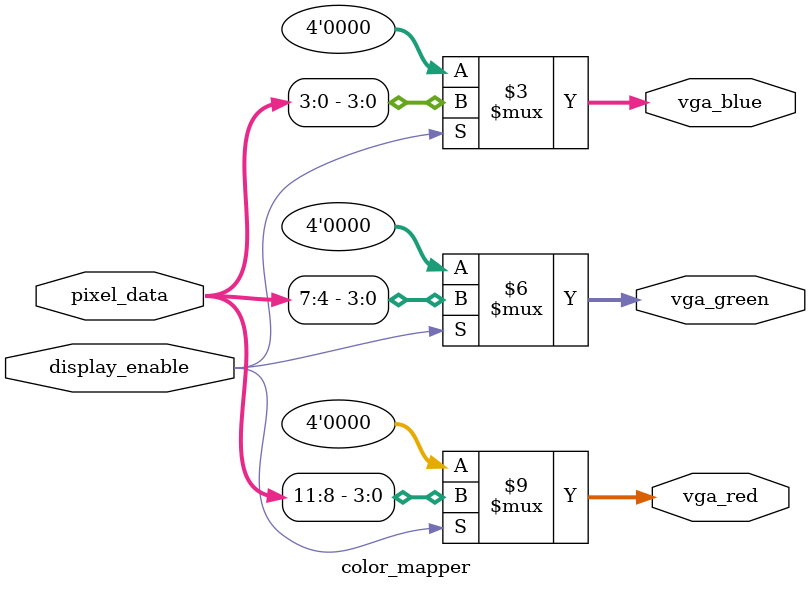
<source format=sv>
module color_mapper (
    input  logic [11:0] pixel_data,
    input  logic        display_enable,
    output logic [3:0]  vga_red,
    output logic [3:0]  vga_green,
    output logic [3:0]  vga_blue
);
    always_comb begin
        if (display_enable) begin
            vga_red   = pixel_data[11:8];  // 4-bit red
            vga_green = pixel_data[7:4];   // 4-bit green
            vga_blue  = pixel_data[3:0];   // 4-bit blue
        end else begin
            vga_red   = 4'b0000;
            vga_green = 4'b0000;
            vga_blue  = 4'b0000;
        end
    end
endmodule

</source>
